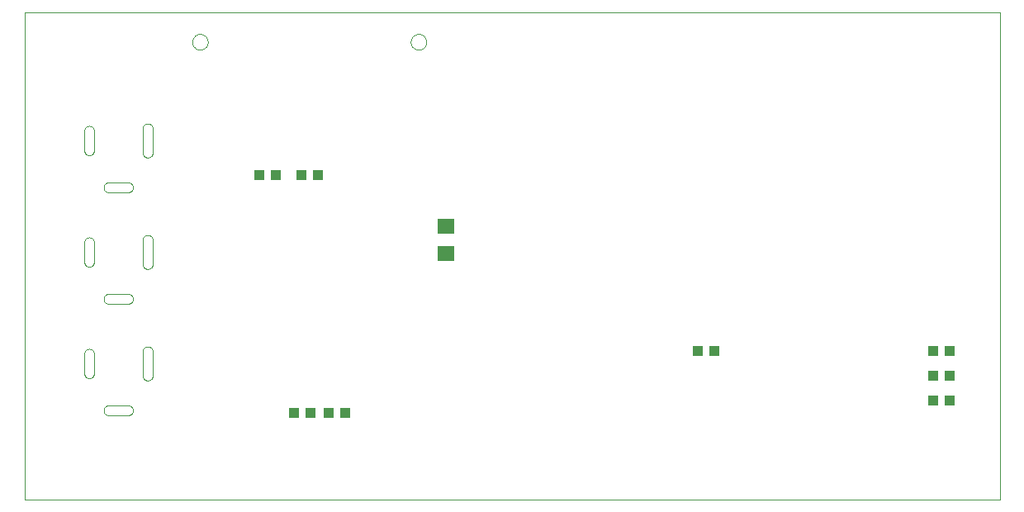
<source format=gtp>
G75*
G70*
%OFA0B0*%
%FSLAX24Y24*%
%IPPOS*%
%LPD*%
%AMOC8*
5,1,8,0,0,1.08239X$1,22.5*
%
%ADD10C,0.0000*%
%ADD11R,0.0433X0.0394*%
%ADD12R,0.0394X0.0433*%
%ADD13R,0.0709X0.0630*%
D10*
X000576Y008842D02*
X000576Y028527D01*
X039946Y028527D01*
X039946Y008842D01*
X000576Y008842D01*
X003978Y012255D02*
X004765Y012255D01*
X004791Y012257D01*
X004816Y012262D01*
X004840Y012270D01*
X004863Y012281D01*
X004885Y012296D01*
X004904Y012313D01*
X004921Y012332D01*
X004936Y012353D01*
X004947Y012377D01*
X004955Y012401D01*
X004960Y012426D01*
X004962Y012452D01*
X004960Y012478D01*
X004955Y012503D01*
X004947Y012527D01*
X004936Y012550D01*
X004921Y012572D01*
X004904Y012591D01*
X004885Y012608D01*
X004864Y012623D01*
X004840Y012634D01*
X004816Y012642D01*
X004791Y012647D01*
X004765Y012649D01*
X003978Y012649D01*
X003952Y012647D01*
X003927Y012642D01*
X003903Y012634D01*
X003879Y012623D01*
X003858Y012608D01*
X003839Y012591D01*
X003822Y012572D01*
X003807Y012551D01*
X003796Y012527D01*
X003788Y012503D01*
X003783Y012478D01*
X003781Y012452D01*
X003783Y012426D01*
X003788Y012401D01*
X003796Y012377D01*
X003807Y012354D01*
X003822Y012332D01*
X003839Y012313D01*
X003858Y012296D01*
X003879Y012281D01*
X003903Y012270D01*
X003927Y012262D01*
X003952Y012257D01*
X003978Y012255D01*
X005356Y013850D02*
X005356Y014834D01*
X005553Y015031D02*
X005579Y015029D01*
X005604Y015024D01*
X005628Y015016D01*
X005652Y015005D01*
X005673Y014990D01*
X005692Y014973D01*
X005709Y014954D01*
X005724Y014932D01*
X005735Y014909D01*
X005743Y014885D01*
X005748Y014860D01*
X005750Y014834D01*
X005750Y013850D01*
X005748Y013824D01*
X005743Y013799D01*
X005735Y013775D01*
X005724Y013751D01*
X005709Y013730D01*
X005692Y013711D01*
X005673Y013694D01*
X005651Y013679D01*
X005628Y013668D01*
X005604Y013660D01*
X005579Y013655D01*
X005553Y013653D01*
X005527Y013655D01*
X005502Y013660D01*
X005478Y013668D01*
X005454Y013679D01*
X005433Y013694D01*
X005414Y013711D01*
X005397Y013730D01*
X005382Y013752D01*
X005371Y013775D01*
X005363Y013799D01*
X005358Y013824D01*
X005356Y013850D01*
X005356Y014834D02*
X005358Y014860D01*
X005363Y014885D01*
X005371Y014909D01*
X005382Y014933D01*
X005397Y014954D01*
X005414Y014973D01*
X005433Y014990D01*
X005454Y015005D01*
X005478Y015016D01*
X005502Y015024D01*
X005527Y015029D01*
X005553Y015031D01*
X004765Y016755D02*
X003978Y016755D01*
X003781Y016952D02*
X003783Y016978D01*
X003788Y017003D01*
X003796Y017027D01*
X003807Y017051D01*
X003822Y017072D01*
X003839Y017091D01*
X003858Y017108D01*
X003879Y017123D01*
X003903Y017134D01*
X003927Y017142D01*
X003952Y017147D01*
X003978Y017149D01*
X004765Y017149D01*
X004962Y016952D02*
X004960Y016926D01*
X004955Y016901D01*
X004947Y016877D01*
X004936Y016853D01*
X004921Y016832D01*
X004904Y016813D01*
X004885Y016796D01*
X004863Y016781D01*
X004840Y016770D01*
X004816Y016762D01*
X004791Y016757D01*
X004765Y016755D01*
X004962Y016952D02*
X004960Y016978D01*
X004955Y017003D01*
X004947Y017027D01*
X004936Y017050D01*
X004921Y017072D01*
X004904Y017091D01*
X004885Y017108D01*
X004864Y017123D01*
X004840Y017134D01*
X004816Y017142D01*
X004791Y017147D01*
X004765Y017149D01*
X003978Y016755D02*
X003952Y016757D01*
X003927Y016762D01*
X003903Y016770D01*
X003879Y016781D01*
X003858Y016796D01*
X003839Y016813D01*
X003822Y016832D01*
X003807Y016854D01*
X003796Y016877D01*
X003788Y016901D01*
X003783Y016926D01*
X003781Y016952D01*
X003387Y018448D02*
X003387Y019236D01*
X003388Y019236D02*
X003386Y019262D01*
X003381Y019287D01*
X003373Y019311D01*
X003362Y019334D01*
X003347Y019356D01*
X003330Y019375D01*
X003311Y019392D01*
X003290Y019407D01*
X003266Y019418D01*
X003242Y019426D01*
X003217Y019431D01*
X003191Y019433D01*
X003165Y019431D01*
X003140Y019426D01*
X003116Y019418D01*
X003092Y019407D01*
X003071Y019392D01*
X003052Y019375D01*
X003035Y019356D01*
X003020Y019335D01*
X003009Y019311D01*
X003001Y019287D01*
X002996Y019262D01*
X002994Y019236D01*
X002994Y018448D01*
X003191Y018251D02*
X003217Y018253D01*
X003242Y018258D01*
X003266Y018266D01*
X003289Y018277D01*
X003311Y018292D01*
X003330Y018309D01*
X003347Y018328D01*
X003362Y018349D01*
X003373Y018373D01*
X003381Y018397D01*
X003386Y018422D01*
X003388Y018448D01*
X003191Y018251D02*
X003165Y018253D01*
X003140Y018258D01*
X003116Y018266D01*
X003092Y018277D01*
X003071Y018292D01*
X003052Y018309D01*
X003035Y018328D01*
X003020Y018350D01*
X003009Y018373D01*
X003001Y018397D01*
X002996Y018422D01*
X002994Y018448D01*
X005356Y018350D02*
X005356Y019334D01*
X005553Y019531D02*
X005579Y019529D01*
X005604Y019524D01*
X005628Y019516D01*
X005652Y019505D01*
X005673Y019490D01*
X005692Y019473D01*
X005709Y019454D01*
X005724Y019432D01*
X005735Y019409D01*
X005743Y019385D01*
X005748Y019360D01*
X005750Y019334D01*
X005750Y018350D01*
X005748Y018324D01*
X005743Y018299D01*
X005735Y018275D01*
X005724Y018251D01*
X005709Y018230D01*
X005692Y018211D01*
X005673Y018194D01*
X005651Y018179D01*
X005628Y018168D01*
X005604Y018160D01*
X005579Y018155D01*
X005553Y018153D01*
X005527Y018155D01*
X005502Y018160D01*
X005478Y018168D01*
X005454Y018179D01*
X005433Y018194D01*
X005414Y018211D01*
X005397Y018230D01*
X005382Y018252D01*
X005371Y018275D01*
X005363Y018299D01*
X005358Y018324D01*
X005356Y018350D01*
X005356Y019334D02*
X005358Y019360D01*
X005363Y019385D01*
X005371Y019409D01*
X005382Y019433D01*
X005397Y019454D01*
X005414Y019473D01*
X005433Y019490D01*
X005454Y019505D01*
X005478Y019516D01*
X005502Y019524D01*
X005527Y019529D01*
X005553Y019531D01*
X004765Y021255D02*
X003978Y021255D01*
X003781Y021452D02*
X003783Y021478D01*
X003788Y021503D01*
X003796Y021527D01*
X003807Y021551D01*
X003822Y021572D01*
X003839Y021591D01*
X003858Y021608D01*
X003879Y021623D01*
X003903Y021634D01*
X003927Y021642D01*
X003952Y021647D01*
X003978Y021649D01*
X004765Y021649D01*
X004962Y021452D02*
X004960Y021426D01*
X004955Y021401D01*
X004947Y021377D01*
X004936Y021353D01*
X004921Y021332D01*
X004904Y021313D01*
X004885Y021296D01*
X004863Y021281D01*
X004840Y021270D01*
X004816Y021262D01*
X004791Y021257D01*
X004765Y021255D01*
X004962Y021452D02*
X004960Y021478D01*
X004955Y021503D01*
X004947Y021527D01*
X004936Y021550D01*
X004921Y021572D01*
X004904Y021591D01*
X004885Y021608D01*
X004864Y021623D01*
X004840Y021634D01*
X004816Y021642D01*
X004791Y021647D01*
X004765Y021649D01*
X003978Y021255D02*
X003952Y021257D01*
X003927Y021262D01*
X003903Y021270D01*
X003879Y021281D01*
X003858Y021296D01*
X003839Y021313D01*
X003822Y021332D01*
X003807Y021354D01*
X003796Y021377D01*
X003788Y021401D01*
X003783Y021426D01*
X003781Y021452D01*
X003387Y022948D02*
X003387Y023736D01*
X003388Y023736D02*
X003386Y023762D01*
X003381Y023787D01*
X003373Y023811D01*
X003362Y023834D01*
X003347Y023856D01*
X003330Y023875D01*
X003311Y023892D01*
X003290Y023907D01*
X003266Y023918D01*
X003242Y023926D01*
X003217Y023931D01*
X003191Y023933D01*
X003165Y023931D01*
X003140Y023926D01*
X003116Y023918D01*
X003092Y023907D01*
X003071Y023892D01*
X003052Y023875D01*
X003035Y023856D01*
X003020Y023835D01*
X003009Y023811D01*
X003001Y023787D01*
X002996Y023762D01*
X002994Y023736D01*
X002994Y022948D01*
X003191Y022751D02*
X003217Y022753D01*
X003242Y022758D01*
X003266Y022766D01*
X003289Y022777D01*
X003311Y022792D01*
X003330Y022809D01*
X003347Y022828D01*
X003362Y022849D01*
X003373Y022873D01*
X003381Y022897D01*
X003386Y022922D01*
X003388Y022948D01*
X003191Y022751D02*
X003165Y022753D01*
X003140Y022758D01*
X003116Y022766D01*
X003092Y022777D01*
X003071Y022792D01*
X003052Y022809D01*
X003035Y022828D01*
X003020Y022850D01*
X003009Y022873D01*
X003001Y022897D01*
X002996Y022922D01*
X002994Y022948D01*
X005356Y022850D02*
X005356Y023834D01*
X005553Y024031D02*
X005579Y024029D01*
X005604Y024024D01*
X005628Y024016D01*
X005652Y024005D01*
X005673Y023990D01*
X005692Y023973D01*
X005709Y023954D01*
X005724Y023932D01*
X005735Y023909D01*
X005743Y023885D01*
X005748Y023860D01*
X005750Y023834D01*
X005750Y022850D01*
X005748Y022824D01*
X005743Y022799D01*
X005735Y022775D01*
X005724Y022751D01*
X005709Y022730D01*
X005692Y022711D01*
X005673Y022694D01*
X005651Y022679D01*
X005628Y022668D01*
X005604Y022660D01*
X005579Y022655D01*
X005553Y022653D01*
X005527Y022655D01*
X005502Y022660D01*
X005478Y022668D01*
X005454Y022679D01*
X005433Y022694D01*
X005414Y022711D01*
X005397Y022730D01*
X005382Y022752D01*
X005371Y022775D01*
X005363Y022799D01*
X005358Y022824D01*
X005356Y022850D01*
X005356Y023834D02*
X005358Y023860D01*
X005363Y023885D01*
X005371Y023909D01*
X005382Y023933D01*
X005397Y023954D01*
X005414Y023973D01*
X005433Y023990D01*
X005454Y024005D01*
X005478Y024016D01*
X005502Y024024D01*
X005527Y024029D01*
X005553Y024031D01*
X007352Y027326D02*
X007354Y027361D01*
X007360Y027396D01*
X007370Y027430D01*
X007383Y027463D01*
X007400Y027494D01*
X007421Y027522D01*
X007444Y027549D01*
X007471Y027572D01*
X007499Y027593D01*
X007530Y027610D01*
X007563Y027623D01*
X007597Y027633D01*
X007632Y027639D01*
X007667Y027641D01*
X007702Y027639D01*
X007737Y027633D01*
X007771Y027623D01*
X007804Y027610D01*
X007835Y027593D01*
X007863Y027572D01*
X007890Y027549D01*
X007913Y027522D01*
X007934Y027494D01*
X007951Y027463D01*
X007964Y027430D01*
X007974Y027396D01*
X007980Y027361D01*
X007982Y027326D01*
X007980Y027291D01*
X007974Y027256D01*
X007964Y027222D01*
X007951Y027189D01*
X007934Y027158D01*
X007913Y027130D01*
X007890Y027103D01*
X007863Y027080D01*
X007835Y027059D01*
X007804Y027042D01*
X007771Y027029D01*
X007737Y027019D01*
X007702Y027013D01*
X007667Y027011D01*
X007632Y027013D01*
X007597Y027019D01*
X007563Y027029D01*
X007530Y027042D01*
X007499Y027059D01*
X007471Y027080D01*
X007444Y027103D01*
X007421Y027130D01*
X007400Y027158D01*
X007383Y027189D01*
X007370Y027222D01*
X007360Y027256D01*
X007354Y027291D01*
X007352Y027326D01*
X016171Y027326D02*
X016173Y027361D01*
X016179Y027396D01*
X016189Y027430D01*
X016202Y027463D01*
X016219Y027494D01*
X016240Y027522D01*
X016263Y027549D01*
X016290Y027572D01*
X016318Y027593D01*
X016349Y027610D01*
X016382Y027623D01*
X016416Y027633D01*
X016451Y027639D01*
X016486Y027641D01*
X016521Y027639D01*
X016556Y027633D01*
X016590Y027623D01*
X016623Y027610D01*
X016654Y027593D01*
X016682Y027572D01*
X016709Y027549D01*
X016732Y027522D01*
X016753Y027494D01*
X016770Y027463D01*
X016783Y027430D01*
X016793Y027396D01*
X016799Y027361D01*
X016801Y027326D01*
X016799Y027291D01*
X016793Y027256D01*
X016783Y027222D01*
X016770Y027189D01*
X016753Y027158D01*
X016732Y027130D01*
X016709Y027103D01*
X016682Y027080D01*
X016654Y027059D01*
X016623Y027042D01*
X016590Y027029D01*
X016556Y027019D01*
X016521Y027013D01*
X016486Y027011D01*
X016451Y027013D01*
X016416Y027019D01*
X016382Y027029D01*
X016349Y027042D01*
X016318Y027059D01*
X016290Y027080D01*
X016263Y027103D01*
X016240Y027130D01*
X016219Y027158D01*
X016202Y027189D01*
X016189Y027222D01*
X016179Y027256D01*
X016173Y027291D01*
X016171Y027326D01*
X003387Y014736D02*
X003387Y013948D01*
X003388Y013948D02*
X003386Y013922D01*
X003381Y013897D01*
X003373Y013873D01*
X003362Y013849D01*
X003347Y013828D01*
X003330Y013809D01*
X003311Y013792D01*
X003289Y013777D01*
X003266Y013766D01*
X003242Y013758D01*
X003217Y013753D01*
X003191Y013751D01*
X003165Y013753D01*
X003140Y013758D01*
X003116Y013766D01*
X003092Y013777D01*
X003071Y013792D01*
X003052Y013809D01*
X003035Y013828D01*
X003020Y013850D01*
X003009Y013873D01*
X003001Y013897D01*
X002996Y013922D01*
X002994Y013948D01*
X002994Y014736D01*
X003191Y014933D02*
X003217Y014931D01*
X003242Y014926D01*
X003266Y014918D01*
X003290Y014907D01*
X003311Y014892D01*
X003330Y014875D01*
X003347Y014856D01*
X003362Y014834D01*
X003373Y014811D01*
X003381Y014787D01*
X003386Y014762D01*
X003388Y014736D01*
X003191Y014933D02*
X003165Y014931D01*
X003140Y014926D01*
X003116Y014918D01*
X003092Y014907D01*
X003071Y014892D01*
X003052Y014875D01*
X003035Y014856D01*
X003020Y014835D01*
X003009Y014811D01*
X003001Y014787D01*
X002996Y014762D01*
X002994Y014736D01*
D11*
X011442Y012342D03*
X012111Y012342D03*
X012842Y012342D03*
X013511Y012342D03*
X012411Y021942D03*
X011742Y021942D03*
X010711Y021942D03*
X010042Y021942D03*
D12*
X027742Y014842D03*
X028411Y014842D03*
X037242Y014842D03*
X037911Y014842D03*
X037911Y013842D03*
X037242Y013842D03*
X037242Y012842D03*
X037911Y012842D03*
D13*
X017576Y018791D03*
X017576Y019893D03*
M02*

</source>
